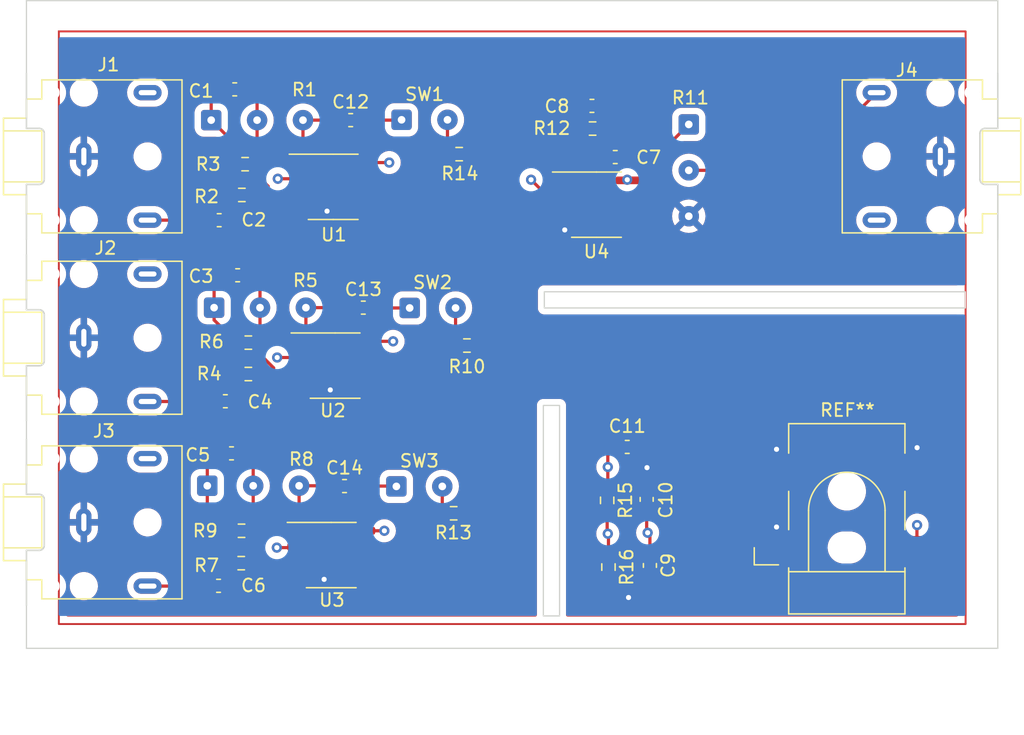
<source format=kicad_pcb>
(kicad_pcb (version 20211014) (generator pcbnew)
  (layers (0 "F.Cu" signal) (1 "In1.Cu" power) (2 "In2.Cu" signal) (31 "B.Cu" power) (34 "B.Paste" user) (35 "F.Paste" user) (36 "B.SilkS" user "B.Silkscreen") (37 "F.SilkS" user "F.Silkscreen") (38 "B.Mask" user) (39 "F.Mask" user) (44 "Edge.Cuts" user))
  (net 0 "")
  (net 1 "Net-(C1-Pad1)")
  (net 2 "Net-(C1-Pad2)")
  (net 3 "Net-(C2-Pad1)")
  (net 4 "Net-(C2-Pad2)")
  (net 5 "Net-(C3-Pad1)")
  (net 6 "Net-(C13-Pad1)")
  (net 7 "Net-(C4-Pad1)")
  (net 8 "Net-(C4-Pad2)")
  (net 9 "Net-(C5-Pad1)")
  (net 10 "Net-(C14-Pad1)")
  (net 11 "Net-(C6-Pad1)")
  (net 12 "Net-(C6-Pad2)")
  (net 13 "Net-(C7-Pad1)")
  (net 14 "Net-(C7-Pad2)")
  (net 15 "/Input 1/Out")
  (net 16 "/Vb")
  (net 17 "GNDREF")
  (net 18 "+12V")
  (net 19 "Net-(C12-Pad2)")
  (net 20 "Net-(C13-Pad2)")
  (net 21 "Net-(C14-Pad2)")
  (net 22 "Net-(J4-PadT)")
  (net 23 "Net-(R10-Pad1)")
  (net 24 "Net-(R13-Pad1)")
  (net 25 "Net-(R14-Pad1)")
  (footprint "Resistor_SMD:R_0603_1608Metric_Pad0.98x0.95mm_HandSolder" (layer "F.Cu") (at 93.0656 120.3198)
    (fp_text reference "R7" (at -2.7178 0.1778) (layer "F.SilkS"))
    (fp_text value "47k")
    (pad "1" smd roundrect (at -0.9125 0) (size 0.975 0.95) (layers "F.Cu" "F.Paste" "F.Mask") (net 12 "Net-(C6-Pad2)"))
    (pad "2" smd roundrect (at 0.9125 0) (size 0.975 0.95) (layers "F.Cu" "F.Paste" "F.Mask") (net 9 "Net-(C5-Pad1)"))
  )
  (footprint "Capacitor_SMD:C_0603_1608Metric_Pad1.08x0.95mm_HandSolder" (layer "F.Cu") (at 91.3384 93.4212)
    (fp_text reference "C2" (at 2.7178 -0.0254) (layer "F.SilkS"))
    (fp_text value "0.2u")
    (pad "1" smd roundrect locked (at -0.8625 0) (size 1.075 0.95) (layers "F.Cu" "F.Paste" "F.Mask") (net 3 "Net-(C2-Pad1)"))
    (pad "2" smd roundrect locked (at 0.8625 0) (size 1.075 0.95) (layers "F.Cu" "F.Paste" "F.Mask") (net 4 "Net-(C2-Pad2)"))
  )
  (footprint "Capacitor_SMD:C_0603_1608Metric_Pad1.08x0.95mm_HandSolder" (layer "F.Cu") (at 92.7862 97.7392)
    (fp_text reference "C3" (at -2.8702 0.0762) (layer "F.SilkS"))
    (fp_text value "15p")
    (pad "1" smd roundrect (at -0.8625 0) (size 1.075 0.95) (layers "F.Cu" "F.Paste" "F.Mask") (net 5 "Net-(C3-Pad1)"))
    (pad "2" smd roundrect (at 0.8625 0) (size 1.075 0.95) (layers "F.Cu" "F.Paste" "F.Mask") (net 6 "Net-(C13-Pad1)"))
  )
  (footprint "Package_SO:SOIC-8_3.9x4.9mm_P1.27mm" (layer "F.Cu") (at 100.4316 104.8258)
    (fp_text reference "U2" (at -0.1778 3.5306) (layer "F.SilkS"))
    (fp_text value "RC4560")
    (pad "1" smd roundrect (at -2.475 -1.905) (size 1.95 0.6) (layers "F.Cu" "F.Paste" "F.Mask") (net 6 "Net-(C13-Pad1)"))
    (pad "2" smd roundrect (at -2.475 -0.635) (size 1.95 0.6) (layers "F.Cu" "F.Paste" "F.Mask") (net 16 "/Vb"))
    (pad "3" smd roundrect (at -2.475 0.635) (size 1.95 0.6) (layers "F.Cu" "F.Paste" "F.Mask") (net 5 "Net-(C3-Pad1)"))
    (pad "4" smd roundrect (at -2.475 1.905) (size 1.95 0.6) (layers "F.Cu" "F.Paste" "F.Mask") (net 17 "GNDREF"))
    (pad "5" smd roundrect (at 2.475 1.905) (size 1.95 0.6) (layers "F.Cu" "F.Paste" "F.Mask"))
    (pad "6" smd roundrect (at 2.475 0.635) (size 1.95 0.6) (layers "F.Cu" "F.Paste" "F.Mask"))
    (pad "7" smd roundrect (at 2.475 -0.635) (size 1.95 0.6) (layers "F.Cu" "F.Paste" "F.Mask"))
    (pad "8" smd roundrect (at 2.475 -1.905) (size 1.95 0.6) (layers "F.Cu" "F.Paste" "F.Mask") (net 18 "+12V"))
  )
  (footprint "Capacitor_SMD:C_0603_1608Metric_Pad1.08x0.95mm_HandSolder" (layer "F.Cu") (at 101.1682 114.2746)
    (fp_text reference "C14" (at 0 -1.43) (layer "F.SilkS"))
    (fp_text value "0.2u")
    (pad "1" smd roundrect (at -0.8625 0) (size 1.075 0.95) (layers "F.Cu" "F.Paste" "F.Mask") (net 10 "Net-(C14-Pad1)"))
    (pad "2" smd roundrect (at 0.8625 0) (size 1.075 0.95) (layers "F.Cu" "F.Paste" "F.Mask") (net 21 "Net-(C14-Pad2)"))
  )
  (footprint "Resistor_SMD:R_0603_1608Metric_Pad0.98x0.95mm_HandSolder" (layer "F.Cu") (at 121.7676 115.3941 -90)
    (fp_text reference "R15" (at 0 -1.43 90) (layer "F.SilkS"))
    (fp_text value "100k")
    (pad "1" smd roundrect (at -0.9125 0 270) (size 0.975 0.95) (layers "F.Cu" "F.Paste" "F.Mask") (net 18 "+12V"))
    (pad "2" smd roundrect (at 0.9125 0 270) (size 0.975 0.95) (layers "F.Cu" "F.Paste" "F.Mask") (net 16 "/Vb"))
  )
  (footprint "Connector_Wire:SolderWire-0.1sqmm_1x03_P3.6mm_D0.4mm_OD1mm" (layer "F.Cu") (at 128.1684 85.9096 -90)
    (fp_text reference "R11" (at -2.0896 -0.127 180) (layer "F.SilkS"))
    (fp_text value "100k")
    (pad "1" thru_hole roundrect (at 0 0 270) (size 1.6 1.6) (drill 0.6) (layers *.Cu *.Mask) (roundrect_rratio 0.15625) (net 14 "Net-(C7-Pad2)"))
    (pad "2" thru_hole circle (at 3.6 0 270) (size 1.6 1.6) (drill 0.6) (layers *.Cu *.Mask) (net 22 "Net-(J4-PadT)"))
    (pad "3" thru_hole circle (at 7.2 0 270) (size 1.6 1.6) (drill 0.6) (layers *.Cu *.Mask) (net 17 "GNDREF"))
  )
  (footprint "Resistor_SMD:R_0603_1608Metric_Pad0.98x0.95mm_HandSolder" (layer "F.Cu") (at 110.7694 103.251)
    (fp_text reference "R10" (at 0 1.651) (layer "F.SilkS"))
    (fp_text value "10k")
    (pad "1" smd roundrect (at -0.9125 0) (size 0.975 0.95) (layers "F.Cu" "F.Paste" "F.Mask") (net 23 "Net-(R10-Pad1)"))
    (pad "2" smd roundrect (at 0.9125 0) (size 0.975 0.95) (layers "F.Cu" "F.Paste" "F.Mask") (net 15 "/Input 1/Out"))
  )
  (footprint "Resistor_SMD:R_0603_1608Metric_Pad0.98x0.95mm_HandSolder" (layer "F.Cu") (at 121.8692 120.6265 -90)
    (fp_text reference "R16" (at 0 -1.43 90) (layer "F.SilkS"))
    (fp_text value "100k")
    (pad "1" smd roundrect (at -0.9125 0 270) (size 0.975 0.95) (layers "F.Cu" "F.Paste" "F.Mask") (net 16 "/Vb"))
    (pad "2" smd roundrect (at 0.9125 0 270) (size 0.975 0.95) (layers "F.Cu" "F.Paste" "F.Mask") (net 17 "GNDREF"))
  )
  (footprint "Package_SO:SOIC-8_3.9x4.9mm_P1.27mm" (layer "F.Cu") (at 100.1268 119.6848)
    (fp_text reference "U3" (at 0.0508 3.5306) (layer "F.SilkS"))
    (fp_text value "RC4560")
    (pad "1" smd roundrect (at -2.475 -1.905) (size 1.95 0.6) (layers "F.Cu" "F.Paste" "F.Mask") (net 10 "Net-(C14-Pad1)"))
    (pad "2" smd roundrect (at -2.475 -0.635) (size 1.95 0.6) (layers "F.Cu" "F.Paste" "F.Mask") (net 16 "/Vb"))
    (pad "3" smd roundrect (at -2.475 0.635) (size 1.95 0.6) (layers "F.Cu" "F.Paste" "F.Mask") (net 9 "Net-(C5-Pad1)"))
    (pad "4" smd roundrect (at -2.475 1.905) (size 1.95 0.6) (layers "F.Cu" "F.Paste" "F.Mask") (net 17 "GNDREF"))
    (pad "5" smd roundrect (at 2.475 1.905) (size 1.95 0.6) (layers "F.Cu" "F.Paste" "F.Mask"))
    (pad "6" smd roundrect (at 2.475 0.635) (size 1.95 0.6) (layers "F.Cu" "F.Paste" "F.Mask"))
    (pad "7" smd roundrect (at 2.475 -0.635) (size 1.95 0.6) (layers "F.Cu" "F.Paste" "F.Mask"))
    (pad "8" smd roundrect (at 2.475 -1.905) (size 1.95 0.6) (layers "F.Cu" "F.Paste" "F.Mask") (net 18 "+12V"))
  )
  (footprint "Capacitor_SMD:C_0603_1608Metric_Pad1.08x0.95mm_HandSolder" (layer "F.Cu") (at 91.821 107.6198)
    (fp_text reference "C4" (at 2.7178 0.0508) (layer "F.SilkS"))
    (fp_text value "0.2u")
    (pad "1" smd roundrect (at -0.8625 0) (size 1.075 0.95) (layers "F.Cu" "F.Paste" "F.Mask") (net 7 "Net-(C4-Pad1)"))
    (pad "2" smd roundrect (at 0.8625 0) (size 1.075 0.95) (layers "F.Cu" "F.Paste" "F.Mask") (net 8 "Net-(C4-Pad2)"))
  )
  (footprint "Connector_Wire:SolderWire-0.1sqmm_1x03_P3.6mm_D0.4mm_OD1mm" (layer "F.Cu") (at 90.4054 114.2492)
    (fp_text reference "R8" (at 7.3846 -2.0828) (layer "F.SilkS"))
    (fp_text value "500K")
    (pad "1" thru_hole roundrect (at 0 0) (size 1.6 1.6) (drill 0.6) (layers *.Cu *.Mask) (roundrect_rratio 0.15625) (net 9 "Net-(C5-Pad1)"))
    (pad "2" thru_hole circle (at 3.6 0) (size 1.6 1.6) (drill 0.6) (layers *.Cu *.Mask) (net 10 "Net-(C14-Pad1)"))
    (pad "3" thru_hole circle (at 7.2 0) (size 1.6 1.6) (drill 0.6) (layers *.Cu *.Mask) (net 10 "Net-(C14-Pad1)"))
  )
  (footprint "Resistor_SMD:R_0603_1608Metric_Pad0.98x0.95mm_HandSolder" (layer "F.Cu") (at 93.3704 89.027)
    (fp_text reference "R3" (at -2.8956 0 180) (layer "F.SilkS"))
    (fp_text value "1M")
    (pad "1" smd roundrect (at -0.9125 0) (size 0.975 0.95) (layers "F.Cu" "F.Paste" "F.Mask") (net 1 "Net-(C1-Pad1)"))
    (pad "2" smd roundrect (at 0.9125 0) (size 0.975 0.95) (layers "F.Cu" "F.Paste" "F.Mask") (net 2 "Net-(C1-Pad2)"))
  )
  (footprint "Resistor_SMD:R_0603_1608Metric_Pad0.98x0.95mm_HandSolder" (layer "F.Cu") (at 120.6246 86.233)
    (fp_text reference "R12" (at -3.2004 -0.0254 180) (layer "F.SilkS"))
    (fp_text value "100k")
    (pad "1" smd roundrect (at -0.9125 0) (size 0.975 0.95) (layers "F.Cu" "F.Paste" "F.Mask") (net 15 "/Input 1/Out"))
    (pad "2" smd roundrect (at 0.9125 0) (size 0.975 0.95) (layers "F.Cu" "F.Paste" "F.Mask") (net 13 "Net-(C7-Pad1)"))
  )
  (footprint "Package_SO:SOIC-8_3.9x4.9mm_P1.27mm" (layer "F.Cu") (at 100.2792 90.805)
    (fp_text reference "U1" (at 0.0508 3.7592) (layer "F.SilkS"))
    (fp_text value "RC4560")
    (pad "1" smd roundrect locked (at -2.475 -1.905) (size 1.95 0.6) (layers "F.Cu" "F.Paste" "F.Mask") (net 2 "Net-(C1-Pad2)"))
    (pad "2" smd roundrect locked (at -2.475 -0.635) (size 1.95 0.6) (layers "F.Cu" "F.Paste" "F.Mask") (net 16 "/Vb"))
    (pad "3" smd roundrect locked (at -2.475 0.635) (size 1.95 0.6) (layers "F.Cu" "F.Paste" "F.Mask") (net 1 "Net-(C1-Pad1)"))
    (pad "4" smd roundrect locked (at -2.475 1.905) (size 1.95 0.6) (layers "F.Cu" "F.Paste" "F.Mask") (net 17 "GNDREF"))
    (pad "5" smd roundrect locked (at 2.475 1.905) (size 1.95 0.6) (layers "F.Cu" "F.Paste" "F.Mask"))
    (pad "6" smd roundrect locked (at 2.475 0.635) (size 1.95 0.6) (layers "F.Cu" "F.Paste" "F.Mask"))
    (pad "7" smd roundrect locked (at 2.475 -0.635) (size 1.95 0.6) (layers "F.Cu" "F.Paste" "F.Mask"))
    (pad "8" smd roundrect locked (at 2.475 -1.905) (size 1.95 0.6) (layers "F.Cu" "F.Paste" "F.Mask") (net 18 "+12V"))
  )
  (footprint "Connector_Audio:Jack_3.5mm_CUI_SJ1-3523N_Horizontal" (layer "F.Cu") (at 80.7212 88.4174 -90)
    (fp_text reference "J1" (at -7.1882 -1.9304 180) (layer "F.SilkS"))
    (fp_text value "AudioJack2")
    (fp_line (start 2.2 4.5) (end 6.5 4.5) (layer "Edge.Cuts") (width 0.12))
    (fp_line (start -2.2 3.5) (end -2.2 4.5) (layer "Edge.Cuts") (width 0.12))
    (fp_line (start 1.8 3.1) (end -1.8 3.1) (layer "Edge.Cuts") (width 0.12))
    (fp_line (start 2.2 3.5) (end 2.2 4.5) (layer "Edge.Cuts") (width 0.12))
    (fp_line (start -2.2 4.5) (end -6.5 4.5) (layer "Edge.Cuts") (width 0.12))
    (fp_arc (start 1.8 3.1) (mid 2.082843 3.217157) (end 2.2 3.5) (layer "Edge.Cuts") (width 0.12))
    (fp_arc (start -2.2 3.5) (mid -2.082842 3.217158) (end -1.8 3.1) (layer "Edge.Cuts") (width 0.12))
    (pad "" np_thru_hole circle locked (at -5 2.5 270) (size 1.2 1.2) (drill 1.2) (layers *.Cu))
    (pad "" np_thru_hole circle locked (at -5 0 270) (size 1.2 1.2) (drill 1.2) (layers *.Cu))
    (pad "" np_thru_hole circle locked (at 5 0 270) (size 1.2 1.2) (drill 1.2) (layers *.Cu))
    (pad "" np_thru_hole circle locked (at 0 -5 270) (size 1.2 1.2) (drill 1.2) (layers *.Cu))
    (pad "" np_thru_hole circle locked (at 5 2.5 270) (size 1.2 1.2) (drill 1.2) (layers *.Cu))
    (pad "R" thru_hole oval locked (at -5 -5 270) (size 1.2 2.2) (drill oval 0.4 1.4) (layers *.Cu *.Mask))
    (pad "S" thru_hole oval locked (at 0 0 270) (size 2.2 1.2) (drill oval 1.4 0.4) (layers *.Cu *.Mask) (net 17 "GNDREF"))
    (pad "T" thru_hole oval locked (at 5 -5 90) (size 1.2 2.2) (drill oval 0.4 1.4) (layers *.Cu *.Mask) (net 3 "Net-(C2-Pad1)"))
  )
  (footprint "Connector_Wire:SolderWire-0.1sqmm_1x02_P3.6mm_D0.4mm_OD1mm" (layer "F.Cu") (at 106.277 100.3046)
    (fp_text reference "SW2" (at 1.8 -2) (layer "F.SilkS"))
    (fp_text value "SW_SPST")
    (pad "1" thru_hole roundrect (at 0 0) (size 1.6 1.6) (drill 0.6) (layers *.Cu *.Mask) (roundrect_rratio 0.15625) (net 20 "Net-(C13-Pad2)"))
    (pad "2" thru_hole circle (at 3.6 0) (size 1.6 1.6) (drill 0.6) (layers *.Cu *.Mask) (net 23 "Net-(R10-Pad1)"))
  )
  (footprint "Connector_BarrelJack:BarrelJack_CLIFF_FC681465S_SMT_Horizontal" (layer "F.Cu") (at 140.5636 116.19 90)
    (fp_text reference "REF**" (at 7.874 0.0508 180) (layer "F.SilkS"))
    (fp_text value "BarrelJack_CLIFF_FC681465S_SMT_Horizontal")
    (pad "" np_thru_hole circle locked (at 1.5 0 180) (size 2 2) (drill 2) (layers *.Cu *.Mask))
    (pad "" np_thru_hole oval locked (at -2.9 0 180) (size 2 1.5) (drill oval 2 1.5) (layers *.Cu *.Mask))
    (pad "1" smd rect locked (at 3 -5.5 180) (size 3 2) (layers "F.Cu" "F.Paste" "F.Mask") (net 17 "GNDREF"))
    (pad "1" smd rect locked (at -3 -5.5 180) (size 3 2) (layers "F.Cu" "F.Paste" "F.Mask") (net 17 "GNDREF"))
    (pad "2" smd rect locked (at 3 5.5 180) (size 3 2) (layers "F.Cu" "F.Paste" "F.Mask") (net 17 "GNDREF"))
    (pad "3" smd rect locked (at -3 5.5 180) (size 3 2) (layers "F.Cu" "F.Paste" "F.Mask") (net 18 "+12V"))
  )
  (footprint "Connector_Wire:SolderWire-0.1sqmm_1x03_P3.6mm_D0.4mm_OD1mm" (layer "F.Cu") (at 90.9388 100.2792)
    (fp_text reference "R5" (at 7.1628 -2.1336) (layer "F.SilkS"))
    (fp_text value "500K")
    (pad "1" thru_hole roundrect (at 0 0) (size 1.6 1.6) (drill 0.6) (layers *.Cu *.Mask) (roundrect_rratio 0.15625) (net 5 "Net-(C3-Pad1)"))
    (pad "2" thru_hole circle (at 3.6 0) (size 1.6 1.6) (drill 0.6) (layers *.Cu *.Mask) (net 6 "Net-(C13-Pad1)"))
    (pad "3" thru_hole circle (at 7.2 0) (size 1.6 1.6) (drill 0.6) (layers *.Cu *.Mask) (net 6 "Net-(C13-Pad1)"))
  )
  (footprint "Connector_Wire:SolderWire-0.1sqmm_1x02_P3.6mm_D0.4mm_OD1mm" (layer "F.Cu") (at 105.2356 114.3)
    (fp_text reference "SW3" (at 1.8 -2) (layer "F.SilkS"))
    (fp_text value "SW_SPST")
    (pad "1" thru_hole roundrect (at 0 0) (size 1.6 1.6) (drill 0.6) (layers *.Cu *.Mask) (roundrect_rratio 0.15625) (net 21 "Net-(C14-Pad2)"))
    (pad "2" thru_hole circle (at 3.6 0) (size 1.6 1.6) (drill 0.6) (layers *.Cu *.Mask) (net 24 "Net-(R13-Pad1)"))
  )
  (footprint "Capacitor_SMD:C_0603_1608Metric_Pad1.08x0.95mm_HandSolder" (layer "F.Cu") (at 92.5576 83.1596)
    (fp_text reference "C1" (at -2.6416 0.127) (layer "F.SilkS"))
    (fp_text value "15p")
    (pad "1" smd roundrect (at -0.8625 0) (size 1.075 0.95) (layers "F.Cu" "F.Paste" "F.Mask") (net 1 "Net-(C1-Pad1)"))
    (pad "2" smd roundrect (at 0.8625 0) (size 1.075 0.95) (layers "F.Cu" "F.Paste" "F.Mask") (net 2 "Net-(C1-Pad2)"))
  )
  (footprint "Capacitor_SMD:C_0603_1608Metric_Pad1.08x0.95mm_HandSolder" (layer "F.Cu") (at 91.2876 122.0978)
    (fp_text reference "C6" (at 2.7432 -0.0254) (layer "F.SilkS"))
    (fp_text value "0.2u")
    (pad "1" smd roundrect (at -0.8625 0) (size 1.075 0.95) (layers "F.Cu" "F.Paste" "F.Mask") (net 11 "Net-(C6-Pad1)"))
    (pad "2" smd roundrect (at 0.8625 0) (size 1.075 0.95) (layers "F.Cu" "F.Paste" "F.Mask") (net 12 "Net-(C6-Pad2)"))
  )
  (footprint "Capacitor_SMD:C_0603_1608Metric_Pad1.08x0.95mm_HandSolder" (layer "F.Cu") (at 92.3036 111.7092)
    (fp_text reference "C5" (at -2.6416 0.127) (layer "F.SilkS"))
    (fp_text value "15p")
    (pad "1" smd roundrect (at -0.8625 0) (size 1.075 0.95) (layers "F.Cu" "F.Paste" "F.Mask") (net 9 "Net-(C5-Pad1)"))
    (pad "2" smd roundrect (at 0.8625 0) (size 1.075 0.95) (layers "F.Cu" "F.Paste" "F.Mask") (net 10 "Net-(C14-Pad1)"))
  )
  (footprint "Connector_Audio:Jack_3.5mm_CUI_SJ1-3523N_Horizontal" (layer "F.Cu") (at 80.7212 102.6414 -90)
    (fp_text reference "J2" (at -7.0358 -1.7018 180) (layer "F.SilkS"))
    (fp_text value "AudioJack2")
    (fp_line (start 1.8 3.1) (end -1.8 3.1) (layer "Edge.Cuts") (width 0.12))
    (fp_line (start -2.2 3.5) (end -2.2 4.5) (layer "Edge.Cuts") (width 0.12))
    (fp_line (start 2.2 4.5) (end 6.5 4.5) (layer "Edge.Cuts") (width 0.12))
    (fp_line (start 2.2 3.5) (end 2.2 4.5) (layer "Edge.Cuts") (width 0.12))
    (fp_line (start -2.2 4.5) (end -6.5 4.5) (layer "Edge.Cuts") (width 0.12))
    (fp_arc (start -2.2 3.5) (mid -2.082842 3.217158) (end -1.8 3.1) (layer "Edge.Cuts") (width 0.12))
    (fp_arc (start 1.8 3.1) (mid 2.082843 3.217157) (end 2.2 3.5) (layer "Edge.Cuts") (width 0.12))
    (pad "" np_thru_hole circle locked (at -5 2.5 270) (size 1.2 1.2) (drill 1.2) (layers *.Cu))
    (pad "" np_thru_hole circle locked (at -5 0 270) (size 1.2 1.2) (drill 1.2) (layers *.Cu))
    (pad "" np_thru_hole circle locked (at 0 -5 270) (size 1.2 1.2) (drill 1.2) (layers *.Cu))
    (pad "" np_thru_hole circle locked (at 5 2.5 270) (size 1.2 1.2) (drill 1.2) (layers *.Cu))
    (pad "" np_thru_hole circle locked (at 5 0 270) (size 1.2 1.2) (drill 1.2) (layers *.Cu))
    (pad "R" thru_hole oval locked (at -5 -5 270) (size 1.2 2.2) (drill oval 0.4 1.4) (layers *.Cu *.Mask))
    (pad "S" thru_hole oval locked (at 0 0 270) (size 2.2 1.2) (drill oval 1.4 0.4) (layers *.Cu *.Mask) (net 17 "GNDREF"))
    (pad "T" thru_hole oval locked (at 5 -5 90) (size 1.2 2.2) (drill oval 0.4 1.4) (layers *.Cu *.Mask) (net 7 "Net-(C4-Pad1)"))
  )
  (footprint "Resistor_SMD:R_0603_1608Metric_Pad0.98x0.95mm_HandSolder" (layer "F.Cu") (at 93.091 117.7798)
    (fp_text reference "R9" (at -2.8448 0) (layer "F.SilkS"))
    (fp_text value "1M")
    (pad "1" smd roundrect (at -0.9125 0) (size 0.975 0.95) (layers "F.Cu" "F.Paste" "F.Mask") (net 9 "Net-(C5-Pad1)"))
    (pad "2" smd roundrect (at 0.9125 0) (size 0.975 0.95) (layers "F.Cu" "F.Paste" "F.Mask") (net 10 "Net-(C14-Pad1)"))
  )
  (footprint "Package_SO:SOIC-8_3.9x4.9mm_P1.27mm" (layer "F.Cu") (at 120.9294 92.202)
    (fp_text reference "U4" (at 0 3.683) (layer "F.SilkS"))
    (fp_text value "RC4560")
    (pad "1" smd roundrect (at -2.475 -1.905) (size 1.95 0.6) (layers "F.Cu" "F.Paste" "F.Mask") (net 13 "Net-(C7-Pad1)"))
    (pad "2" smd roundrect (at -2.475 -0.635) (size 1.95 0.6) (layers "F.Cu" "F.Paste" "F.Mask") (net 16 "/Vb"))
    (pad "3" smd roundrect (at -2.475 0.635) (size 1.95 0.6) (layers "F.Cu" "F.Paste" "F.Mask") (net 15 "/Input 1/Out"))
    (pad "4" smd roundrect (at -2.475 1.905) (size 1.95 0.6) (layers "F.Cu" "F.Paste" "F.Mask") (net 17 "GNDREF"))
    (pad "5" smd roundrect (at 2.475 1.905) (size 1.95 0.6) (layers "F.Cu" "F.Paste" "F.Mask"))
    (pad "6" smd roundrect (at 2.475 0.635) (size 1.95 0.6) (layers "F.Cu" "F.Paste" "F.Mask"))
    (pad "7" smd roundrect (at 2.475 -0.635) (size 1.95 0.6) (layers "F.Cu" "F.Paste" "F.Mask"))
    (pad "8" smd roundrect (at 2.475 -1.905) (size 1.95 0.6) (layers "F.Cu" "F.Paste" "F.Mask") (net 18 "+12V"))
  )
  (footprint "Capacitor_SMD:C_0603_1608Metric_Pad1.08x0.95mm_HandSolder" (layer "F.Cu") (at 122.4026 88.4682)
    (fp_text reference "C7" (at 2.6162 0.0254) (layer "F.SilkS"))
    (fp_text value "0.2u")
    (pad "1" smd roundrect (at -0.8625 0) (size 1.075 0.95) (layers "F.Cu" "F.Paste" "F.Mask") (net 13 "Net-(C7-Pad1)"))
    (pad "2" smd roundrect (at 0.8625 0) (size 1.075 0.95) (layers "F.Cu" "F.Paste" "F.Mask") (net 14 "Net-(C7-Pad2)"))
  )
  (footprint "Resistor_SMD:R_0603_1608Metric_Pad0.98x0.95mm_HandSolder" (layer "F.Cu") (at 109.728 116.4082)
    (fp_text reference "R13" (at -0.0254 1.524) (layer "F.SilkS"))
    (fp_text value "10k")
    (pad "1" smd roundrect (at -0.9125 0) (size 0.975 0.95) (layers "F.Cu" "F.Paste" "F.Mask") (net 24 "Net-(R13-Pad1)"))
    (pad "2" smd roundrect (at 0.9125 0) (size 0.975 0.95) (layers "F.Cu" "F.Paste" "F.Mask") (net 15 "/Input 1/Out"))
  )
  (footprint "Capacitor_SMD:C_0603_1608Metric_Pad1.08x0.95mm_HandSolder" (layer "F.Cu") (at 101.6508 85.5726)
    (fp_text reference "C12" (at 0 -1.43) (layer "F.SilkS"))
    (fp_text value "0.2u")
    (pad "1" smd roundrect (at -0.8625 0) (size 1.075 0.95) (layers "F.Cu" "F.Paste" "F.Mask") (net 2 "Net-(C1-Pad2)"))
    (pad "2" smd roundrect (at 0.8625 0) (size 1.075 0.95) (layers "F.Cu" "F.Paste" "F.Mask") (net 19 "Net-(C12-Pad2)"))
  )
  (footprint "Connector_Audio:Jack_3.5mm_CUI_SJ1-3523N_Horizontal" (layer "F.Cu") (at 147.9042 88.4174 90)
    (fp_text reference "J4" (at 6.7564 -2.6416 180) (layer "F.SilkS"))
    (fp_text value "AudioJack2")
    (fp_line (start 1.8 3.1) (end -1.8 3.1) (layer "Edge.Cuts") (width 0.12))
    (fp_line (start -2.2 4.5) (end -6.5 4.5) (layer "Edge.Cuts") (width 0.12))
    (fp_line (start -2.2 3.5) (end -2.2 4.5) (layer "Edge.Cuts") (width 0.12))
    (fp_line (start 2.2 4.5) (end 6.5 4.5) (layer "Edge.Cuts") (width 0.12))
    (fp_line (start 2.2 3.5) (end 2.2 4.5) (layer "Edge.Cuts") (width 0.12))
    (fp_arc (start -2.2 3.5) (mid -2.082842 3.217158) (end -1.8 3.1) (layer "Edge.Cuts") (width 0.12))
    (fp_arc (start 1.8 3.1) (mid 2.082843 3.217157) (end 2.2 3.5) (layer "Edge.Cuts") (width 0.12))
    (pad "" np_thru_hole circle (at 5 2.5 90) (size 1.2 1.2) (drill 1.2) (layers *.Cu))
    (pad "" np_thru_hole circle (at 5 0 90) (size 1.2 1.2) (drill 1.2) (layers *.Cu))
    (pad "" np_thru_hole circle (at 0 -5 90) (size 1.2 1.2) (drill 1.2) (layers *.Cu))
    (pad "" np_thru_hole circle (at -5 2.5 90) (size 1.2 1.2) (drill 1.2) (layers *.Cu))
    (pad "" np_thru_hole circle (at -5 0 90) (size 1.2 1.2) (drill 1.2) (layers *.Cu))
    (pad "R" thru_hole oval (at -5 -5 90) (size 1.2 2.2) (drill oval 0.4 1.4) (layers *.Cu *.Mask))
    (pad "S" thru_hole oval (at 0 0 90) (size 2.2 1.2) (drill oval 1.4 0.4) (layers *.Cu *.Mask) (net 17 "GNDREF"))
    (pad "T" thru_hole oval (at 5 -5 270) (size 1.2 2.2) (drill oval 0.4 1.4) (layers *.Cu *.Mask) (net 22 "Net-(J4-PadT)"))
  )
  (footprint "Capacitor_SMD:C_0603_1608Metric_Pad1.08x0.95mm_HandSolder" (layer "F.Cu") (at 120.5738 84.455)
    (fp_text reference "C8" (at -2.7432 0.0254 180) (layer "F.SilkS"))
    (fp_text value "0.2u")
    (pad "1" smd roundrect (at -0.8625 0) (size 1.075 0.95) (layers "F.Cu" "F.Paste" "F.Mask") (net 15 "/Input 1/Out"))
    (pad "2" smd roundrect (at 0.8625 0) (size 1.075 0.95) (layers "F.Cu" "F.Paste" "F.Mask") (net 13 "Net-(C7-Pad1)"))
  )
  (footprint "Capacitor_SMD:C_0603_1608Metric_Pad1.08x0.95mm_HandSolder" (layer "F.Cu") (at 125.1204 120.4995 -90)
    (fp_text reference "C9" (at 0 -1.43 90) (layer "F.SilkS"))
    (fp_text value "0.2u")
    (pad "1" smd roundrect (at -0.8625 0 270) (size 1.075 0.95) (layers "F.Cu" "F.Paste" "F.Mask") (net 16 "/Vb"))
    (pad "2" smd roundrect (at 0.8625 0 270) (size 1.075 0.95) (layers "F.Cu" "F.Paste" "F.Mask") (net 17 "GNDREF"))
  )
  (footprint "Capacitor_SMD:C_0603_1608Metric_Pad1.08x0.95mm_HandSolder" (layer "F.Cu") (at 123.3424 111.2031 180)
    (fp_text reference "C11" (at 0 1.6256) (layer "F.SilkS"))
    (fp_text value "100u")
    (pad "1" smd roundrect (at -0.8625 0 180) (size 1.075 0.95) (layers "F.Cu" "F.Paste" "F.Mask") (net 17 "GNDREF"))
    (pad "2" smd roundrect (at 0.8625 0 180) (size 1.075 0.95) (layers "F.Cu" "F.Paste" "F.Mask") (net 18 "+12V"))
  )
  (footprint "Connector_Audio:Jack_3.5mm_CUI_SJ1-3523N_Horizontal" (layer "F.Cu") (at 80.7212 117.1194 -90)
    (fp_text reference "J3" (at -7.1628 -1.5748 180) (layer "F.SilkS"))
    (fp_text value "AudioJack2")
    (fp_line (start 2.2 4.5) (end 6.5 4.5) (layer "Edge.Cuts") (width 0.12))
    (fp_line (start -2.2 4.5) (end -6.5 4.5) (layer "Edge.Cuts") (width 0.12))
    (fp_line (start 1.8 3.1) (end -1.8 3.1) (layer "Edge.Cuts") (width 0.12))
    (fp_line (start -2.2 3.5) (end -2.2 4.5) (layer "Edge.Cuts") (width 0.12))
    (fp_line (start 2.2 3.5) (end 2.2 4.5) (layer "Edge.Cuts") (width 0.12))
    (fp_arc (start 1.8 3.1) (mid 2.082843 3.217157) (end 2.2 3.5) (layer "Edge.Cuts") (width 0.12))
    (fp_arc (start -2.2 3.5) (mid -2.082842 3.217158) (end -1.8 3.1) (layer "Edge.Cuts") (width 0.12))
    (pad "" np_thru_hole circle (at -5 0 270) (size 1.2 1.2) (drill 1.2) (layers *.Cu))
    (pad "" np_thru_hole circle (at 5 0 270) (size 1.2 1.2) (drill 1.2) (layers *.Cu))
    (pad "" np_thru_hole circle (at 5 2.5 270) (size 1.2 1.2) (drill 1.2) (layers *.Cu))
    (pad "" np_thru_hole circle (at 0 -5 270) (size 1.2 1.2) (drill 1.2) (layers *.Cu))
    (pad "" np_thru_hole circle (at -5 2.5 270) (size 1.2 1.2) (drill 1.2) (layers *.Cu))
    (pad "R" thru_hole oval (at -5 -5 270) (size 1.2 2.2) (drill oval 0.4 1.4) (layers *.Cu *.Mask))
    (pad "S" thru_hole oval (at 0 0 270) (size 2.2 1.2) (drill oval 1.4 0.4) (layers *.Cu *.Mask) (net 17 "GNDREF"))
    (pad "T" thru_hole oval (at 5 -5 90) (size 1.2 2.2) (drill oval 0.4 1.4) (layers *.Cu *.Mask) (net 11 "Net-(C6-Pad1)"))
  )
  (footprint "Capacitor_SMD:C_0603_1608Metric_Pad1.08x0.95mm_HandSolder" (layer "F.Cu") (at 102.6414 100.2792)
    (fp_text reference "C13" (at 0 -1.43) (layer "F.SilkS"))
    (fp_text value "0.2u")
    (pad "1" smd roundrect (at -0.8625 0) (size 1.075 0.95) (layers "F.Cu" "F.Paste" "F.Mask") (net 6 "Net-(C13-Pad1)"))
    (pad "2" smd roundrect (at 0.8625 0) (size 1.075 0.95) (layers "F.Cu" "F.Paste" "F.Mask") (net 20 "Net-(C13-Pad2)"))
  )
  (footprint "Connector_Wire:SolderWire-0.1sqmm_1x03_P3.6mm_D0.4mm_OD1mm" (layer "F.Cu") (at 90.7102 85.5726)
    (fp_text reference "R1" (at 7.3084 -2.3876) (layer "F.SilkS"))
    (fp_text value "500K")
    (pad "1" thru_hole roundrect (at 0 0) (size 1.6 1.6) (drill 0.6) (layers *.Cu *.Mask) (roundrect_rratio 0.15625) (net 1 "Net-(C1-Pad1)"))
    (pad "2" thru_hole circle (at 3.6 0) (size 1.6 1.6) (drill 0.6) (layers *.Cu *.Mask) (net 2 "Net-(C1-Pad2)"))
    (pad "3" thru_hole circle (at 7.2 0) (size 1.6 1.6) (drill 0.6) (layers *.Cu *.Mask) (net 2 "Net-(C1-Pad2)"))
  )
  (footprint "Connector_Wire:SolderWire-0.1sqmm_1x02_P3.6mm_D0.4mm_OD1mm" (layer "F.Cu") (at 105.642 85.5472)
    (fp_text reference "SW1" (at 1.8 -2) (layer "F.SilkS"))
    (fp_text value "SW_SPST")
    (pad "1" thru_hole roundrect (at 0 0) (size 1.6 1.6) (drill 0.6) (layers *.Cu *.Mask) (roundrect_rratio 0.15625) (net 19 "Net-(C12-Pad2)"))
    (pad "2" thru_hole circle (at 3.6 0) (size 1.6 1.6) (drill 0.6) (layers *.Cu *.Mask) (net 25 "Net-(R14-Pad1)"))
  )
  (footprint "Capacitor_SMD:C_0603_1608Metric_Pad1.08x0.95mm_HandSolder" (layer "F.Cu") (at 124.8664 115.3179 90)
    (fp_text reference "C10" (at -0.0508 1.4986 90) (layer "F.SilkS"))
    (fp_text value "100u")
    (pad "1" smd roundrect (at -0.8625 0 90) (size 1.075 0.95) (layers "F.Cu" "F.Paste" "F.Mask") (net 16 "/Vb"))
    (pad "2" smd roundrect (at 0.8625 0 90) (size 1.075 0.95) (layers "F.Cu" "F.Paste" "F.Mask") (net 17 "GNDREF"))
  )
  (footprint "Resistor_SMD:R_0603_1608Metric_Pad0.98x0.95mm_HandSolder" (layer "F.Cu") (at 110.1598 88.2396)
    (fp_text reference "R14" (at 0.0508 1.524) (layer "F.SilkS"))
    (fp_text value "10k")
    (pad "1" smd roundrect (at -0.9125 0) (size 0.975 0.95) (layers "F.Cu" "F.Paste" "F.Mask") (net 25 "Net-(R14-Pad1)"))
    (pad "2" smd roundrect (at 0.9125 0) (size 0.975 0.95) (layers "F.Cu" "F.Paste" "F.Mask") (net 15 "/Input 1/Out"))
  )
  (footprint "Resistor_SMD:R_0603_1608Metric_Pad0.98x0.95mm_HandSolder" (layer "F.Cu") (at 93.6244 105.4862)
    (fp_text reference "R4" (at -3.0734 -0.0254) (layer "F.SilkS"))
    (fp_text value "47k")
    (pad "1" smd roundrect (at -0.9125 0) (size 0.975 0.95) (layers "F.Cu" "F.Paste" "F.Mask") (net 8 "Net-(C4-Pad2)"))
    (pad "2" smd roundrect (at 0.9125 0) (size 0.975 0.95) (layers "F.Cu" "F.Paste" "F.Mask") (net 5 "Net-(C3-Pad1)"))
  )
  (footprint "Resistor_SMD:R_0603_1608Metric_Pad0.98x0.95mm_HandSolder" (layer "F.Cu") (at 93.6244 103.0224)
    (fp_text reference "R6" (at -2.8956 -0.0762) (layer "F.SilkS"))
    (fp_text value "1M")
    (pad "1" smd roundrect (at -0.9125 0) (size 0.975 0.95) (layers "F.Cu" "F.Paste" "F.Mask") (net 5 "Net-(C3-Pad1)"))
    (pad "2" smd roundrect (at 0.9125 0) (size 0.975 0.95) (layers "F.Cu" "F.Paste" "F.Mask") (net 6 "Net-(C13-Pad1)"))
  )
  (footprint "Resistor_SMD:R_0603_1608Metric_Pad0.98x0.95mm_HandSolder" (layer "F.Cu") (at 93.1164 91.44)
    (fp_text reference "R2" (at -2.7686 0.127) (layer "F.SilkS"))
    (fp_text value "47k")
    (pad "1" smd roundrect locked (at -0.9125 0) (size 0.975 0.95) (layers "F.Cu" "F.Paste" "F.Mask") (net 4 "Net-(C2-Pad2)"))
    (pad "2" smd roundrect locked (at 0.9125 0) (size 0.975 0.95) (layers "F.Cu" "F.Paste" "F.Mask") (net 1 "Net-(C1-Pad1)"))
  )
  (gr_rect (start 78.7612 78.613) (end 149.8812 125.095) (layer "F.Cu") (width 0.15) (fill none))
  (gr_line locked (start 76.2212 81.9174) (end 76.2212 76.2) (layer "Edge.Cuts") (width 0.1))
  (gr_line locked (start 152.4042 76.2) (end 152.4042 81.9174) (layer "Edge.Cuts") (width 0.1))
  (gr_rect locked (start 116.84 99.0346) (end 149.86 100.3046) (layer "Edge.Cuts") (width 0.1) (fill none))
  (gr_line locked (start 76.2212 96.1414) (end 76.2212 94.9174) (layer "Edge.Cuts") (width 0.1))
  (gr_rect locked (start 116.7638 107.95) (end 118.0338 124.46) (layer "Edge.Cuts") (width 0.1) (fill none))
  (gr_line locked (start 76.2212 110.6194) (end 76.2212 109.1414) (layer "Edge.Cuts") (width 0.1))
  (gr_line locked (start 76.2212 127) (end 76.2212 123.6194) (layer "Edge.Cuts") (width 0.1))
  (gr_line locked (start 152.4042 94.9174) (end 152.4042 127) (layer "Edge.Cuts") (width 0.1))
  (gr_line locked (start 76.2212 127) (end 152.4042 127) (layer "Edge.Cuts") (width 0.1))
  (gr_line (start 76.2212 76.2) (end 152.4042 76.2) (layer "Edge.Cuts") (width 0.1))
  (segment (start 95.1738 91.44) (end 95.1738 90.7542) (width 0.25) (layer "F.Cu") (net 1))
  (segment (start 92.4579 87.3203) (end 90.7102 85.5726) (width 0.25) (layer "F.Cu") (net 1))
  (segment (start 95.1738 90.7542) (end 94.6404 90.2208) (width 0.25) (layer "F.Cu") (net 1))
  (segment (start 93.1926 90.2208) (end 92.4579 89.4861) (width 0.25) (layer "F.Cu") (net 1))
  (segment (start 94.0289 91.44) (end 95.1738 91.44) (width 0.25) (layer "F.Cu") (net 1))
  (segment (start 94.6404 90.2208) (end 93.1926 90.2208) (width 0.25) (layer "F.Cu") (net 1))
  (segment (start 90.7102 85.5726) (end 90.7102 84.1445) (width 0.25) (layer "F.Cu") (net 1))
  (segment (start 95.1738 91.44) (end 97.8042 91.44) (width 0.25) (layer "F.Cu") (net 1))
  (segment (start 92.4579 89.4861) (end 92.4579 89.027) (width 0.25) (layer "F.Cu") (net 1))
  (segment (start 92.4579 89.027) (end 92.4579 87.3203) (width 0.25) (layer "F.Cu") (net 1))
  (segment (start 90.7102 84.1445) (end 91.6951 83.1596) (width 0.25) (layer "F.Cu") (net 1))
  (segment (start 94.3102 84.0497) (end 94.3102 85.5726) (width 0.25) (layer "F.Cu") (net 2))
  (segment (start 93.4201 83.1596) (end 94.3102 84.0497) (width 0.25) (layer "F.Cu") (net 2))
  (segment (start 94.3102 88.9997) (end 94.3102 85.5726) (width 0.25) (layer "F.Cu") (net 2))
  (segment (start 97.9102 85.5726) (end 100.7883 85.5726) (width 0.25) (layer "F.Cu") (net 2))
  (segment (start 97.8042 88.9) (end 94.4099 88.9) (width 0.25) (layer "F.Cu") (net 2))
  (segment (start 97.8042 88.9) (end 97.9102 88.794) (width 0.25) (layer "F.Cu") (net 2))
  (segment (start 94.4099 88.9) (end 94.2829 89.027) (width 0.25) (layer "F.Cu") (net 2))
  (segment (start 97.9102 88.794) (end 97.9102 85.5726) (width 0.25) (layer "F.Cu") (net 2))
  (segment (start 94.2829 89.027) (end 94.3102 88.9997) (width 0.25) (layer "F.Cu") (net 2))
  (segment (start 85.7212 93.4174) (end 90.4721 93.4174) (width 0.25) (layer "F.Cu") (net 3))
  (segment (start 90.4721 93.4174) (end 90.4759 93.4212) (width 0.25) (layer "F.Cu") (net 3))
  (segment (start 92.2009 93.4212) (end 92.2009 91.443) (width 0.25) (layer "F.Cu") (net 4))
  (segment (start 92.2009 91.443) (end 92.2039 91.44) (width 0.25) (layer "F.Cu") (net 4))
  (segment (start 95.6056 105.41) (end 95.6056 105.0036) (width 0.25) (layer "F.Cu") (net 5))
  (segment (start 90.9388 98.7241) (end 91.9237 97.7392) (width 0.25) (layer "F.Cu") (net 5))
  (segment (start 90.9388 100.2792) (end 90.9388 98.7241) (width 0.25) (layer "F.Cu") (net 5))
  (segment (start 90.9388 100.2792) (end 90.9388 101.2493) (width 0.25) (layer "F.Cu") (net 5))
  (segment (start 94.9198 104.3178) (end 94.0073 104.3178) (width 0.25) (layer "F.Cu") (net 5))
  (segment (start 94.5369 105.4862) (end 95.6818 105.4862) (width 0.25) (layer "F.Cu") (net 5))
  (segment (start 97.9312 105.4862) (end 97.9566 105.4608) (width 0.25) (layer "F.Cu") (net 5))
  (segment (start 95.6818 105.4862) (end 97.9312 105.4862) (width 0.25) (layer "F.Cu") (net 5))
  (segment (start 94.0073 104.3178) (end 92.7119 103.0224) (width 0.25) (layer "F.Cu") (net 5))
  (segment (start 90.9388 101.2493) (end 92.7119 103.0224) (width 0.25) (layer "F.Cu") (net 5))
  (segment (start 95.6056 105.0036) (end 94.9198 104.3178) (width 0.25) (layer "F.Cu") (net 5))
  (segment (start 95.6818 105.4862) (end 95.6056 105.41) (width 0.25) (layer "F.Cu") (net 5))
  (segment (start 94.5388 103.2999) (end 94.5369 103.3018) (width 0.25) (layer "F.Cu") (net 6))
  (segment (start 98.1388 102.7386) (end 97.9566 102.9208) (width 0.25) (layer "F.Cu") (net 6))
  (segment (start 94.5388 100.2792) (end 94.5388 103.0205) (width 0.25) (layer "F.Cu") (net 6))
  (segment (start 94.5388 98.6293) (end 94.5388 100.2792) (width 0.25) (layer "F.Cu") (net 6))
  (segment (start 98.1388 100.2792) (end 98.1388 102.7386) (width 0.25) (layer "F.Cu") (net 6))
  (segment (start 94.5388 103.0205) (end 94.5369 103.0224) (width 0.25) (layer "F.Cu") (net 6))
  (segment (start 97.9566 102.9208) (end 94.6385 102.9208) (width 0.25) (layer "F.Cu") (net 6))
  (segment (start 94.6385 102.9208) (end 94.5369 103.0224) (width 0.25) (layer "F.Cu") (net 6))
  (segment (start 93.6487 97.7392) (end 94.5388 98.6293) (width 0.25) (layer "F.Cu") (net 6))
  (segment (start 94.9179 102.9208) (end 94.5369 103.3018) (width 0.25) (layer "F.Cu") (net 6))
  (segment (start 101.7789 100.2792) (end 98.1388 100.2792) (width 0.25) (layer "F.Cu") (net 6))
  (segment (start 85.7212 107.6414) (end 90.9369 107.6414) (width 0.25) (layer "F.Cu") (net 7))
  (segment (start 90.9369 107.6414) (end 90.9585 107.6198) (width 0.25) (layer "F.Cu") (net 7))
  (segment (start 92.6835 105.5146) (end 92.7119 105.4862) (width 0.25) (layer "F.Cu") (net 8))
  (segment (start 92.6835 107.6198) (end 92.6835 105.5146) (width 0.25) (layer "F.Cu") (net 8))
  (segment (start 94.3864 119.1006) (end 93.4993 119.1006) (width 0.25) (layer "F.Cu") (net 9))
  (segment (start 95.0722 119.7864) (end 94.3864 119.1006) (width 0.25) (layer "F.Cu") (net 9))
  (segment (start 90.4054 112.7449) (end 91.4411 111.7092) (width 0.25) (layer "F.Cu") (net 9))
  (segment (start 93.4993 119.1006) (end 92.1785 117.7798) (width 0.25) (layer "F.Cu") (net 9))
  (segment (start 90.4054 114.2492) (end 90.4054 112.7449) (width 0.25) (layer "F.Cu") (net 9))
  (segment (start 95.0722 120.3198) (end 97.6518 120.3198) (width 0.25) (layer "F.Cu") (net 9))
  (segment (start 93.9781 120.3198) (end 95.0722 120.3198) (width 0.25) (layer "F.Cu") (net 9))
  (segment (start 90.4054 114.2492) (end 90.4054 116.0067) (width 0.25) (layer "F.Cu") (net 9))
  (segment (start 90.4054 116.0067) (end 92.1785 117.7798) (width 0.25) (layer "F.Cu") (net 9))
  (segment (start 95.0722 120.3198) (end 95.0722 119.7864) (width 0.25) (layer "F.Cu") (net 9))
  (segment (start 94.0054 114.2492) (end 94.0054 117.7779) (width 0.25) (layer "F.Cu") (net 10))
  (segment (start 93.1661 111.7092) (end 94.0054 112.5485) (width 0.25) (layer "F.Cu") (net 10))
  (segment (start 97.6054 117.7334) (end 97.6054 114.2492) (width 0.25) (layer "F.Cu") (net 10))
  (segment (start 100.2803 114.2492) (end 100.3057 114.2746) (width 0.25) (layer "F.Cu") (net 10))
  (segment (start 94.0035 117.7798) (end 97.6518 117.7798) (width 0.25) (layer "F.Cu") (net 10))
  (segment (start 94.0054 117.7779) (end 94.0035 117.7798) (width 0.25) (layer "F.Cu") (net 10))
  (segment (start 94.0054 112.5485) (end 94.0054 114.2492) (width 0.25) (layer "F.Cu") (net 10))
  (segment (start 97.6054 114.2492) (end 100.2803 114.2492) (width 0.25) (layer "F.Cu") (net 10))
  (segment (start 97.6518 117.7798) (end 97.6054 117.7334) (width 0.25) (layer "F.Cu") (net 10))
  (segment (start 85.7212 122.1194) (end 90.4035 122.1194) (width 0.25) (layer "F.Cu") (net 11))
  (segment (start 90.4035 122.1194) (end 90.4251 122.0978) (width 0.25) (layer "F.Cu") (net 11))
  (segment (start 92.1501 120.3228) (end 92.1531 120.3198) (width 0.25) (layer "F.Cu") (net 12))
  (segment (start 92.1501 122.0978) (end 92.1501 120.3228) (width 0.25) (layer "F.Cu") (net 12))
  (segment (start 121.5371 88.4652) (end 121.5401 88.4682) (width 0.25) (layer "F.Cu") (net 13))
  (segment (start 119.1514 89.6) (end 119.1514 88.1888) (width 0.25) (layer "F.Cu") (net 13))
  (segment (start 119.1514 88.1888) (end 119.8626 87.4776) (width 0.25) (layer "F.Cu") (net 13))
  (segment (start 121.5371 86.3619) (end 121.5371 86.233) (width 0.25) (layer "F.Cu") (net 13))
  (segment (start 119.8626 87.4776) (end 120.4214 87.4776) (width 0.25) (layer "F.Cu") (net 13))
  (segment (start 121.5371 84.5558) (end 121.4363 84.455) (width 0.25) (layer "F.Cu") (net 13))
  (segment (start 121.5371 86.233) (end 121.5371 84.5558) (width 0.25) (layer "F.Cu") (net 13))
  (segment (start 118.4544 90.297) (end 119.1514 89.6) (width 0.25) (layer "F.Cu") (net 13))
  (segment (start 120.4214 87.4776) (end 121.5371 86.3619) (width 0.25) (layer "F.Cu") (net 13))
  (segment (start 121.5371 86.233) (end 121.5371 88.4652) (width 0.25) (layer "F.Cu") (net 13))
  (segment (start 125.6098 88.4682) (end 128.1684 85.9096) (width 0.25) (layer "F.Cu") (net 14))
  (segment (start 123.2651 88.4682) (end 125.6098 88.4682) (width 0.25) (layer "F.Cu") (net 14))
  (segment (start 113.9952 92.837) (end 113.8936 92.9386) (width 0.25) (layer "F.Cu") (net 15))
  (segment (start 113.8936 103.3272) (end 113.8936 92.9386) (width 0.25) (layer "F.Cu") (net 15))
  (segment (start 113.8936 115.4938) (end 113.8936 103.3272) (width 0.25) (layer "F.Cu") (net 15))
  (segment (start 112.9792 116.4082) (end 113.8936 115.4938) (width 0.25) (layer "F.Cu") (net 15))
  (segment (start 113.8936 89.0778) (end 113.0554 88.2396) (width 0.25) (layer "F.Cu") (net 15))
  (segment (start 111.6819 103.251) (end 113.8174 103.251) (width 0.25) (layer "F.Cu") (net 15))
  (segment (start 118.4544 92.837) (end 113.9952 92.837) (width 0.25) (layer "F.Cu") (net 15))
  (segment (start 113.0554 88.2396) (end 111.0723 88.2396) (width 0.25) (layer "F.Cu") (net 15))
  (segment (start 113.8936 89.0778) (end 116.8673 89.0778) (width 0.25) (layer "F.Cu") (net 15))
  (segment (start 110.6405 116.4082) (end 112.9792 116.4082) (width 0.25) (layer "F.Cu") (net 15))
  (segment (start 113.8174 103.251) (end 113.8936 103.3272) (width 0.25) (layer "F.Cu") (net 15))
  (segment (start 119.7113 86.2322) (end 119.7121 86.233) (width 0.25) (layer "F.Cu") (net 15))
  (segment (start 113.8936 92.9386) (end 113.8936 89.0778) (width 0.25) (layer "F.Cu") (net 15))
  (segment (start 119.7113 84.455) (end 119.7113 86.2322) (width 0.25) (layer "F.Cu") (net 15))
  (segment (start 116.8673 89.0778) (end 119.7121 86.233) (width 0.25) (layer "F.Cu") (net 15))
  (segment (start 125.1204 118.1119) (end 124.9426 117.9341) (width 0.25) (layer "F.Cu") (net 16))
  (segment (start 121.7676 116.3066) (end 121.7676 117.9595) (width 0.25) (layer "F.Cu") (net 16))
  (segment (start 95.9358 90.17) (end 97.8042 90.17) (width 0.25) (layer "F.Cu") (net 16))
  (segment (start 121.8692 119.714) (end 121.8692 118.0611) (width 0.25) (layer "F.Cu") (net 16))
  (segment (start 95.885 104.1908) (end 97.9566 104.1908) (width 0.25) (layer "F.Cu") (net 16))
  (segment (start 125.1204 119.637) (end 125.1204 118.1119) (width 0.25) (layer "F.Cu") (net 16))
  (segment (start 115.7986 90.2462) (end 117.1194 91.567) (width 0.25) (layer "F.Cu") (net 16))
  (segment (start 121.7676 117.9595) (end 121.8184 118.0103) (width 0.25) (layer "F.Cu") (net 16))
  (segment (start 124.8664 117.8579) (end 124.9426 117.9341) (width 0.25) (layer "F.Cu") (net 16))
  (segment (start 97.601 119.1006) (end 97.6518 119.0498) (width 0.25) (layer "F.Cu") (net 16))
  (segment (start 117.1194 91.567) (end 118.4544 91.567) (width 0.25) (layer "F.Cu") (net 16))
  (segment (start 121.8692 118.0611) (end 121.8184 118.0103) (width 0.25) (layer "F.Cu") (net 16))
  (segment (start 95.8596 119.1006) (end 97.601 119.1006) (width 0.25) (layer "F.Cu") (net 16))
  (segment (start 124.8664 116.1804) (end 124.8664 117.8579) (width 0.25) (layer "F.Cu") (net 16))
  (via (at 95.885 104.1908) (size 0.8) (drill 0.4) (layers "F.Cu" "B.Cu") (net 16))
  (via (at 95.8596 119.1006) (size 0.8) (drill 0.4) (layers "F.Cu" "B.Cu") (net 16))
  (via (at 124.9426 117.9341) (size 0.8) (drill 0.4) (layers "F.Cu" "B.Cu") (net 16))
  (via (at 121.8184 118.0103) (size 0.8) (drill 0.4) (layers "F.Cu" "B.Cu") (net 16))
  (via (at 95.9358 90.17) (size 0.8) (drill 0.4) (layers "F.Cu" "B.Cu") (net 16))
  (via (at 115.7986 90.2462) (size 0.8) (drill 0.4) (layers "F.Cu" "B.Cu") (net 16))
  (segment (start 124.8918 112.8287) (end 124.8918 111.89) (width 0.25) (layer "F.Cu") (net 17))
  (segment (start 123.5964 122.9633) (end 123.5964 122.886) (width 0.25) (layer "F.Cu") (net 17))
  (segment (start 124.8664 112.8541) (end 124.8918 112.8287) (width 0.25) (layer "F.Cu") (net 17))
  (segment (start 97.6518 121.5898) (end 99.568 121.5898) (width 0.25) (layer "F.Cu") (net 17))
  (segment locked (start 135.0636 117.4972) (end 135.0518 117.4854) (width 0.25) (layer "F.Cu") (net 17))
  (segment (start 123.31795 122.91345) (end 121.89365 121.48915) (width 0.25) (layer "F.Cu") (net 17))
  (segment (start 97.9566 106.7308) (end 100.0506 106.7308) (width 0.25) (layer "F.Cu") (net 17))
  (segment (start 123.5964 122.9633) (end 123.2935 122.9633) (width 0.25) (layer "F.Cu") (net 17))
  (segment locked (start 146.0636 111.2742) (end 146.0754 111.2624) (width 0.25) (layer "F.Cu") (net 17))
  (segment locked (start 135.0636 113.19) (end 135.0636 111.4012) (width 0.25) (layer "F.Cu") (net 17))
  (segment (start 124.8918 111.89) (end 124.2049 111.2031) (width 0.25) (layer "F.Cu") (net 17))
  (segment (start 123.5964 122.886) (end 125.1204 121.362) (width 0.25) (layer "F.Cu") (net 17))
  (segment locked (start 146.0636 113.19) (end 146.0636 111.2742) (width 0.25) (layer "F.Cu") (net 17))
  (segment (start 99.7966 92.71) (end 97.8042 92.71) (width 0.25) (layer "F.Cu") (net 17))
  (segment (start 124.8664 114.4554) (end 124.8664 112.8541) (width 0.25) (layer "F.Cu") (net 17))
  (segment locked (start 135.0636 119.19) (end 135.0636 117.4972) (width 0.25) (layer "F.Cu") (net 17))
  (segment locked (start 135.0636 111.4012) (end 135.0518 111.3894) (width 0.25) (layer "F.Cu") (net 17))
  (via (at 100.0506 106.7308) (size 0.8) (drill 0.4) (layers "F.Cu" "B.Cu") (net 17))
  (via locked (at 146.0754 111.2624) (size 0.8) (drill 0.4) (layers "F.Cu" "B.Cu") (net 17))
  (via (at 124.8918 112.8287) (size 0.8) (drill 0.4) (layers "F.Cu" "B.Cu") (net 17))
  (via locked (at 135.0518 117.4854) (size 0.8) (drill 0.4) (layers "F.Cu" "B.Cu") (net 17))
  (via (at 99.7966 92.71) (size 0.8) (drill 0.4) (layers "F.Cu" "B.Cu") (net 17))
  (via (at 99.568 121.5898) (size 0.8) (drill 0.4) (layers "F.Cu" "B.Cu") (net 17))
  (via (at 123.444 123.0141) (size 0.8) (drill 0.4) (layers "F.Cu" "B.Cu") (net 17))
  (via (at 118.4402 94.1832) (size 0.8) (drill 0.4) (layers "F.Cu" "B.Cu") (net 17))
  (via locked (at 135.0518 111.3894) (size 0.8) (drill 0.4) (layers "F.Cu" "B.Cu") (net 17))
  (segment (start 121.8184 114.4308) (end 121.7676 114.4816) (width 0.25) (layer "F.Cu") (net 18))
  (segment (start 121.8184 112.7779) (end 121.8184 114.4308) (width 0.25) (layer "F.Cu") (net 18))
  (segment (start 104.9782 102.9208) (end 102.9066 102.9208) (width 0.25) (layer "F.Cu") (net 18))
  (segment (start 102.7542 88.9) (end 104.6734 88.9) (width 0.25) (layer "F.Cu") (net 18))
  (segment locked (start 146.0636 119.19) (end 146.0636 117.3448) (width 0.25) (layer "F.Cu") (net 18))
  (segment (start 121.8184 112.7779) (end 121.8184 111.8646) (width 0.25) (layer "F.Cu") (net 18))
  (segment locked (start 146.0636 117.3448) (end 146.0754 117.333) (width 0.25) (layer "F.Cu") (net 18))
  (segment (start 121.8184 111.8646) (end 122.4799 111.2031) (width 0.25) (layer "F.Cu") (net 18))
  (segment (start 102.6018 117.7798) (end 104.2924 117.7798) (width 0.25) (layer "F.Cu") (net 18))
  (via (at 104.2924 117.7798) (size 0.8) (drill 0.4) (layers "F.Cu" "B.Cu") (net 18))
  (via locked (at 146.0754 117.333) (size 0.8) (drill 0.4) (layers "F.Cu" "B.Cu") (net 18))
  (via (at 104.6734 88.9) (size 0.8) (drill 0.4) (layers "F.Cu" "B.Cu") (net 18))
  (via (at 123.3424 90.2462) (size 0.8) (drill 0.4) (layers "F.Cu" "B.Cu") (net 18))
  (via (at 104.9782 102.9208) (size 0.8) (drill 0.4) (layers "F.Cu" "B.Cu") (net 18))
  (via (at 121.8184 112.7779) (size 0.8) (drill 0.4) (layers "F.Cu" "B.Cu") (net 18))
  (segment (start 102.5133 85.5726) (end 105.6166 85.5726) (width 0.25) (layer "F.Cu") (net 19))
  (segment (start 105.6166 85.5726) (end 105.642 85.5472) (width 0.25) (layer "F.Cu") (net 19))
  (segment (start 106.277 100.3046) (end 103.5293 100.3046) (width 0.25) (layer "F.Cu") (net 20))
  (segment (start 103.5293 100.3046) (end 103.5039 100.2792) (width 0.25) (layer "F.Cu") (net 20))
  (segment (start 102.0307 114.2746) (end 105.2102 114.2746) (width 0.25) (layer "F.Cu") (net 21))
  (segment (start 105.2102 114.2746) (end 105.2356 114.3) (width 0.25) (layer "F.Cu") (net 21))
  (segment (start 136.812 89.5096) (end 142.9042 83.4174) (width 0.25) (layer "F.Cu") (net 22))
  (segment (start 128.1684 89.5096) (end 136.812 89.5096) (width 0.25) (layer "F.Cu") (net 22))
  (segment (start 109.877 103.2309) (end 109.877 100.3046) (width 0.25) (layer "F.Cu") (net 23))
  (segment (start 109.8569 103.251) (end 109.877 103.2309) (width 0.25) (layer "F.Cu") (net 23))
  (segment (start 108.8356 114.3) (end 108.8356 116.3881) (width 0.25) (layer "F.Cu") (net 24))
  (segment (start 108.8356 116.3881) (end 108.8155 116.4082) (width 0.25) (layer "F.Cu") (net 24))
  (segment (start 109.242 85.5472) (end 109.242 88.2343) (width 0.25) (layer "F.Cu") (net 25))
  (segment (start 109.242 88.2343) (end 109.2473 88.2396) (width 0.25) (layer "F.Cu") (net 25))
  (zone (net 17) (net_name "GNDREF") (layer "F.Cu") (connect_pads (clearance 0.508)) (min_thickness 0.254) (fill yes (thermal_gap 0.508) (thermal_bridge_width 0.508))
    (polygon (pts (xy 78.7612 78.613) (xy 149.8812 78.613) (xy 149.8812 125.095) (xy 78.7612 125.095)))
  )
  (zone (net 17) (net_name "GNDREF") (layer "B.Cu") (connect_pads (clearance 0.508)) (min_thickness 0.254) (fill yes (thermal_gap 0.508) (thermal_bridge_width 0.508))
    (polygon (pts (xy 78.74 79.0702) (xy 149.86 79.0702) (xy 149.86 124.46) (xy 78.74 124.46)))
  )
)
</source>
